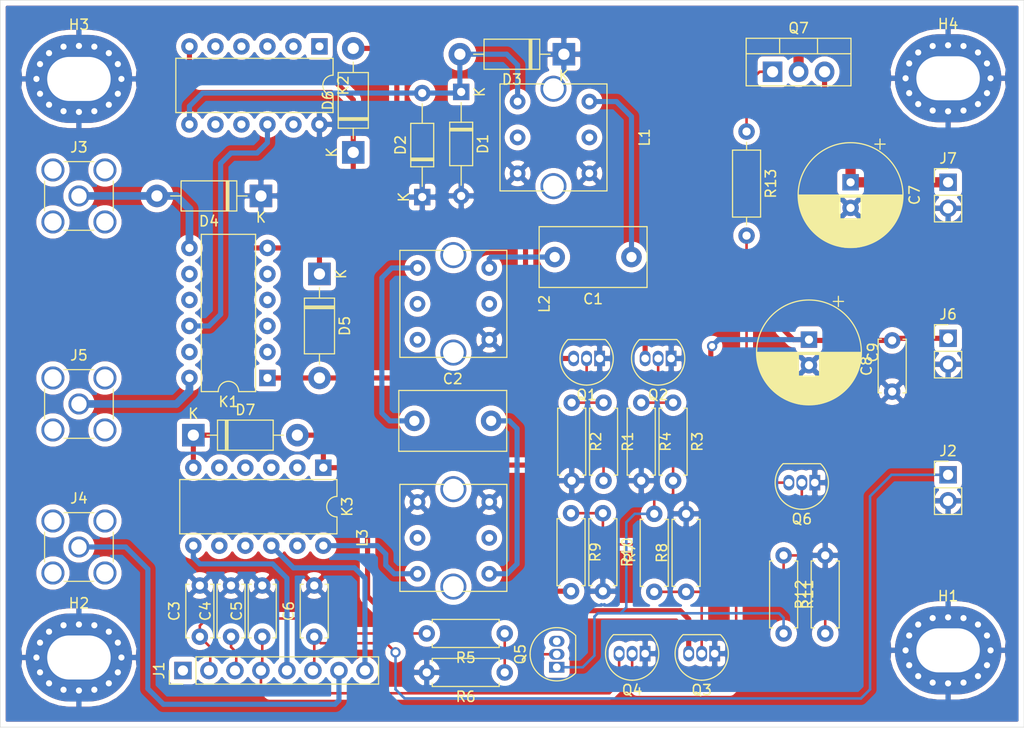
<source format=kicad_pcb>
(kicad_pcb (version 20171130) (host pcbnew 5.1.8)
  (layers (0 F.Cu signal) (31 B.Cu signal) (34 B.Paste user) (35 F.Paste user) (36 B.SilkS user) (37 F.SilkS user) (38 B.Mask user) (39 F.Mask user) (44 Edge.Cuts user))
  (net 0 "")
  (net 1 "Net-(C1-Pad2)")
  (net 2 "Net-(C1-Pad1)")
  (net 3 "Net-(C2-Pad1)")
  (net 4 "Net-(C2-Pad2)")
  (net 5 XVERTER_PTT)
  (net 6 GND)
  (net 7 XVERTER_EARTH)
  (net 8 XVERTER_TX_PA_DISABLE)
  (net 9 XVERTER_ALC_INPUT)
  (net 10 AMP_12V_RAIL)
  (net 11 PA_DISABLE)
  (net 12 RX_FILT_IN)
  (net 13 ANT)
  (net 14 "Net-(D5-Pad2)")
  (net 15 "Net-(D6-Pad2)")
  (net 16 "Net-(D7-Pad2)")
  (net 17 XVERTER_RX_INPUT)
  (net 18 XVERTER_RX_ANT_OUTPUT)
  (net 19 "Net-(J3-Pad2)")
  (net 20 "Net-(J4-Pad2)")
  (net 21 TX_TO_AMP)
  (net 22 TX_FROM_AMP)
  (net 23 "Net-(J5-Pad2)")
  (net 24 "Net-(L1-Pad2)")
  (net 25 "Net-(L1-Pad5)")
  (net 26 "Net-(L2-Pad5)")
  (net 27 "Net-(L2-Pad4)")
  (net 28 "Net-(L2-Pad2)")
  (net 29 RX_FILT_OUT)
  (net 30 "Net-(L3-Pad2)")
  (net 31 "Net-(L3-Pad5)")
  (net 32 "Net-(Q1-Pad2)")
  (net 33 "Net-(Q2-Pad2)")
  (net 34 "Net-(Q3-Pad2)")
  (net 35 "Net-(Q4-Pad2)")
  (net 36 TX_ENABLE)
  (net 37 "Net-(Q5-Pad2)")
  (net 38 "Net-(Q6-Pad2)")
  (net 39 "Net-(Q6-Pad3)")
  (net 40 "Net-(Q7-Pad1)")
  (net 41 "Net-(K1-Pad10)")
  (module Capacitor_THT:C_Rect_L10.3mm_W5.7mm_P7.50mm_MKS4 (layer F.Cu) (at 73.66 37.084 180)
    (fp_text reference C1 (at 3.75 -4.1) (layer F.SilkS))
    (fp_text value CTRIM)
    (pad 2 thru_hole circle (at 7.5 0 180) (size 2 2) (drill 1) (layers *.Cu *.Mask) (net 1 "Net-(C1-Pad2)"))
    (pad 1 thru_hole circle (at 0 0 180) (size 2 2) (drill 1) (layers *.Cu *.Mask) (net 2 "Net-(C1-Pad1)"))
  )
  (module Capacitor_THT:C_Rect_L10.3mm_W5.7mm_P7.50mm_MKS4 (layer F.Cu) (at 52.451 53.086)
    (fp_text reference C2 (at 3.75 -4.1) (layer F.SilkS))
    (fp_text value CTRIM)
    (pad 1 thru_hole circle (at 0 0) (size 2 2) (drill 1) (layers *.Cu *.Mask) (net 3 "Net-(C2-Pad1)"))
    (pad 2 thru_hole circle (at 7.5 0) (size 2 2) (drill 1) (layers *.Cu *.Mask) (net 4 "Net-(C2-Pad2)"))
  )
  (module Capacitor_THT:C_Disc_D5.0mm_W2.5mm_P5.00mm (layer F.Cu) (at 31.496 74.168 90)
    (fp_text reference C3 (at 2.5 -2.5 90) (layer F.SilkS))
    (fp_text value 0.1uF)
    (pad 1 thru_hole circle (at 0 0 90) (size 1.6 1.6) (drill 0.8) (layers *.Cu *.Mask) (net 5 XVERTER_PTT))
    (pad 2 thru_hole circle (at 5 0 90) (size 1.6 1.6) (drill 0.8) (layers *.Cu *.Mask) (net 6 GND))
  )
  (module Capacitor_THT:C_Disc_D5.0mm_W2.5mm_P5.00mm (layer F.Cu) (at 34.544 74.168 90)
    (fp_text reference C4 (at 2.5 -2.5 90) (layer F.SilkS))
    (fp_text value 0.1uF)
    (pad 2 thru_hole circle (at 5 0 90) (size 1.6 1.6) (drill 0.8) (layers *.Cu *.Mask) (net 6 GND))
    (pad 1 thru_hole circle (at 0 0 90) (size 1.6 1.6) (drill 0.8) (layers *.Cu *.Mask) (net 7 XVERTER_EARTH))
  )
  (module Capacitor_THT:C_Disc_D5.0mm_W2.5mm_P5.00mm (layer F.Cu) (at 37.592 74.168 90)
    (fp_text reference C5 (at 2.5 -2.5 90) (layer F.SilkS))
    (fp_text value 0.1uF)
    (pad 1 thru_hole circle (at 0 0 90) (size 1.6 1.6) (drill 0.8) (layers *.Cu *.Mask) (net 8 XVERTER_TX_PA_DISABLE))
    (pad 2 thru_hole circle (at 5 0 90) (size 1.6 1.6) (drill 0.8) (layers *.Cu *.Mask) (net 6 GND))
  )
  (module Capacitor_THT:C_Disc_D5.0mm_W2.5mm_P5.00mm (layer F.Cu) (at 42.672 74.168 90)
    (fp_text reference C6 (at 2.5 -2.5 90) (layer F.SilkS))
    (fp_text value 0.1uF)
    (pad 2 thru_hole circle (at 5 0 90) (size 1.6 1.6) (drill 0.8) (layers *.Cu *.Mask) (net 6 GND))
    (pad 1 thru_hole circle (at 0 0 90) (size 1.6 1.6) (drill 0.8) (layers *.Cu *.Mask) (net 9 XVERTER_ALC_INPUT))
  )
  (module Capacitor_THT:CP_Radial_D10.0mm_P2.50mm (layer F.Cu) (at 95.0595 29.7815 270)
    (fp_text reference C7 (at 1.25 -6.25 90) (layer F.SilkS))
    (fp_text value 1000uF)
    (pad 1 thru_hole rect (at 0 0 270) (size 1.6 1.6) (drill 0.8) (layers *.Cu *.Mask) (net 10 AMP_12V_RAIL))
    (pad 2 thru_hole circle (at 2.5 0 270) (size 1.6 1.6) (drill 0.8) (layers *.Cu *.Mask) (net 6 GND))
  )
  (module Capacitor_THT:C_Disc_D5.0mm_W2.5mm_P5.00mm (layer F.Cu) (at 99.1235 50.2285 90)
    (fp_text reference C8 (at 2.5 -2.5 90) (layer F.SilkS))
    (fp_text value 0.1uF)
    (pad 2 thru_hole circle (at 5 0 90) (size 1.6 1.6) (drill 0.8) (layers *.Cu *.Mask) (net 11 PA_DISABLE))
    (pad 1 thru_hole circle (at 0 0 90) (size 1.6 1.6) (drill 0.8) (layers *.Cu *.Mask) (net 6 GND))
  )
  (module Capacitor_THT:CP_Radial_D10.0mm_P2.50mm (layer F.Cu) (at 90.9955 45.1485 270)
    (fp_text reference C9 (at 1.25 -6.25 90) (layer F.SilkS))
    (fp_text value 100uF)
    (pad 2 thru_hole circle (at 2.5 0 270) (size 1.6 1.6) (drill 0.8) (layers *.Cu *.Mask) (net 6 GND))
    (pad 1 thru_hole rect (at 0 0 270) (size 1.6 1.6) (drill 0.8) (layers *.Cu *.Mask) (net 11 PA_DISABLE))
  )
  (module Diode_THT:D_DO-35_SOD27_P10.16mm_Horizontal (layer F.Cu) (at 57.023 20.955 270)
    (fp_text reference D1 (at 5.08 -2.12 90) (layer F.SilkS))
    (fp_text value 1N4148)
    (fp_text user K (at 0 -1.8 90) (layer F.SilkS))
    (pad 2 thru_hole oval (at 10.16 0 270) (size 1.6 1.6) (drill 0.8) (layers *.Cu *.Mask) (net 6 GND))
    (pad 1 thru_hole rect (at 0 0 270) (size 1.6 1.6) (drill 0.8) (layers *.Cu *.Mask) (net 12 RX_FILT_IN))
  )
  (module Diode_THT:D_DO-35_SOD27_P10.16mm_Horizontal (layer F.Cu) (at 53.218001 31.224999 90)
    (fp_text reference D2 (at 5.08 -2.12 90) (layer F.SilkS))
    (fp_text value 1N4148)
    (fp_text user K (at 0 -1.8 90) (layer F.SilkS))
    (pad 1 thru_hole rect (at 0 0 90) (size 1.6 1.6) (drill 0.8) (layers *.Cu *.Mask) (net 6 GND))
    (pad 2 thru_hole oval (at 10.16 0 90) (size 1.6 1.6) (drill 0.8) (layers *.Cu *.Mask) (net 12 RX_FILT_IN))
  )
  (module Diode_THT:D_DO-41_SOD81_P10.16mm_Horizontal (layer F.Cu) (at 67.056 17.272 180)
    (fp_text reference D3 (at 5.08 -2.47) (layer F.SilkS))
    (fp_text value SURGE)
    (fp_text user K (at 0 -2.1) (layer F.SilkS))
    (pad 1 thru_hole rect (at 0 0 180) (size 2.2 2.2) (drill 1.1) (layers *.Cu *.Mask) (net 6 GND))
    (pad 2 thru_hole oval (at 10.16 0 180) (size 2.2 2.2) (drill 1.1) (layers *.Cu *.Mask) (net 12 RX_FILT_IN))
  )
  (module Diode_THT:D_DO-41_SOD81_P10.16mm_Horizontal (layer F.Cu) (at 37.465 31.115 180)
    (fp_text reference D4 (at 5.08 -2.47) (layer F.SilkS))
    (fp_text value SURGE)
    (fp_text user K (at 0 -2.1) (layer F.SilkS))
    (pad 2 thru_hole oval (at 10.16 0 180) (size 2.2 2.2) (drill 1.1) (layers *.Cu *.Mask) (net 13 ANT))
    (pad 1 thru_hole rect (at 0 0 180) (size 2.2 2.2) (drill 1.1) (layers *.Cu *.Mask) (net 6 GND))
  )
  (module Diode_THT:D_DO-41_SOD81_P10.16mm_Horizontal (layer F.Cu) (at 43.18 38.735 270)
    (fp_text reference D5 (at 5.08 -2.47 90) (layer F.SilkS))
    (fp_text value 1N4001)
    (fp_text user K (at 0 -2.1 90) (layer F.SilkS))
    (pad 2 thru_hole oval (at 10.16 0 270) (size 2.2 2.2) (drill 1.1) (layers *.Cu *.Mask) (net 14 "Net-(D5-Pad2)"))
    (pad 1 thru_hole rect (at 0 0 270) (size 2.2 2.2) (drill 1.1) (layers *.Cu *.Mask) (net 11 PA_DISABLE))
  )
  (module Diode_THT:D_DO-41_SOD81_P10.16mm_Horizontal (layer F.Cu) (at 46.482 26.8605 90)
    (fp_text reference D6 (at 5.08 -2.47 90) (layer F.SilkS))
    (fp_text value 1N4001)
    (fp_text user K (at 0 -2.1 90) (layer F.SilkS))
    (pad 1 thru_hole rect (at 0 0 90) (size 2.2 2.2) (drill 1.1) (layers *.Cu *.Mask) (net 11 PA_DISABLE))
    (pad 2 thru_hole oval (at 10.16 0 90) (size 2.2 2.2) (drill 1.1) (layers *.Cu *.Mask) (net 15 "Net-(D6-Pad2)"))
  )
  (module Diode_THT:D_DO-41_SOD81_P10.16mm_Horizontal (layer F.Cu) (at 30.861 54.483)
    (fp_text reference D7 (at 5.08 -2.47) (layer F.SilkS))
    (fp_text value 1N4001)
    (fp_text user K (at 0 -2.1) (layer F.SilkS))
    (pad 1 thru_hole rect (at 0 0) (size 2.2 2.2) (drill 1.1) (layers *.Cu *.Mask) (net 11 PA_DISABLE))
    (pad 2 thru_hole oval (at 10.16 0) (size 2.2 2.2) (drill 1.1) (layers *.Cu *.Mask) (net 16 "Net-(D7-Pad2)"))
  )
  (module MountingHole:MountingHole_4.3x6.2mm_M4_Pad_Via (layer F.Cu) (at 104.5845 75.5015)
    (fp_text reference H1 (at 0 -5.3) (layer F.SilkS))
    (fp_text value GND)
    (pad 1 thru_hole oval (at 0 0) (size 10.4 8.6) (drill oval 6.2 4.3) (layers *.Cu *.Mask) (net 6 GND))
    (pad 1 thru_hole circle (at 1.505 3.151) (size 0.9 0.9) (drill 0.6) (layers *.Cu *.Mask) (net 6 GND))
    (pad 1 thru_hole circle (at -1.505 3.151) (size 0.9 0.9) (drill 0.6) (layers *.Cu *.Mask) (net 6 GND))
    (pad 1 thru_hole circle (at -1.505 -3.151) (size 0.9 0.9) (drill 0.6) (layers *.Cu *.Mask) (net 6 GND))
    (pad 1 thru_hole circle (at -2.92 -2.521) (size 0.9 0.9) (drill 0.6) (layers *.Cu *.Mask) (net 6 GND))
    (pad 1 thru_hole circle (at -2.92 2.521) (size 0.9 0.9) (drill 0.6) (layers *.Cu *.Mask) (net 6 GND))
    (pad 1 thru_hole circle (at 2.92 2.521) (size 0.9 0.9) (drill 0.6) (layers *.Cu *.Mask) (net 6 GND))
    (pad 1 thru_hole circle (at 2.92 -2.521) (size 0.9 0.9) (drill 0.6) (layers *.Cu *.Mask) (net 6 GND))
    (pad 1 thru_hole circle (at 1.505 -3.151) (size 0.9 0.9) (drill 0.6) (layers *.Cu *.Mask) (net 6 GND))
    (pad 1 thru_hole circle (at 4.15 0) (size 0.9 0.9) (drill 0.6) (layers *.Cu *.Mask) (net 6 GND))
    (pad 1 thru_hole circle (at 3.801 1.45) (size 0.9 0.9) (drill 0.6) (layers *.Cu *.Mask) (net 6 GND))
    (pad 1 thru_hole circle (at 0 3.225) (size 0.9 0.9) (drill 0.6) (layers *.Cu *.Mask) (net 6 GND))
    (pad 1 thru_hole circle (at -3.801 1.45) (size 0.9 0.9) (drill 0.6) (layers *.Cu *.Mask) (net 6 GND))
    (pad 1 thru_hole circle (at -4.15 0) (size 0.9 0.9) (drill 0.6) (layers *.Cu *.Mask) (net 6 GND))
    (pad 1 thru_hole circle (at -3.801 -1.45) (size 0.9 0.9) (drill 0.6) (layers *.Cu *.Mask) (net 6 GND))
    (pad 1 thru_hole circle (at 0 -3.225) (size 0.9 0.9) (drill 0.6) (layers *.Cu *.Mask) (net 6 GND))
    (pad 1 thru_hole circle (at 3.801 -1.45) (size 0.9 0.9) (drill 0.6) (layers *.Cu *.Mask) (net 6 GND))
  )
  (module MountingHole:MountingHole_4.3x6.2mm_M4_Pad_Via (layer F.Cu) (at 19.685 76.2)
    (fp_text reference H2 (at 0 -5.3) (layer F.SilkS))
    (fp_text value GND)
    (pad 1 thru_hole oval (at 0 0) (size 10.4 8.6) (drill oval 6.2 4.3) (layers *.Cu *.Mask) (net 6 GND))
    (pad 1 thru_hole circle (at 1.505 3.151) (size 0.9 0.9) (drill 0.6) (layers *.Cu *.Mask) (net 6 GND))
    (pad 1 thru_hole circle (at -1.505 3.151) (size 0.9 0.9) (drill 0.6) (layers *.Cu *.Mask) (net 6 GND))
    (pad 1 thru_hole circle (at -1.505 -3.151) (size 0.9 0.9) (drill 0.6) (layers *.Cu *.Mask) (net 6 GND))
    (pad 1 thru_hole circle (at -2.92 -2.521) (size 0.9 0.9) (drill 0.6) (layers *.Cu *.Mask) (net 6 GND))
    (pad 1 thru_hole circle (at -2.92 2.521) (size 0.9 0.9) (drill 0.6) (layers *.Cu *.Mask) (net 6 GND))
    (pad 1 thru_hole circle (at 2.92 2.521) (size 0.9 0.9) (drill 0.6) (layers *.Cu *.Mask) (net 6 GND))
    (pad 1 thru_hole circle (at 2.92 -2.521) (size 0.9 0.9) (drill 0.6) (layers *.Cu *.Mask) (net 6 GND))
    (pad 1 thru_hole circle (at 1.505 -3.151) (size 0.9 0.9) (drill 0.6) (layers *.Cu *.Mask) (net 6 GND))
    (pad 1 thru_hole circle (at 4.15 0) (size 0.9 0.9) (drill 0.6) (layers *.Cu *.Mask) (net 6 GND))
    (pad 1 thru_hole circle (at 3.801 1.45) (size 0.9 0.9) (drill 0.6) (layers *.Cu *.Mask) (net 6 GND))
    (pad 1 thru_hole circle (at 0 3.225) (size 0.9 0.9) (drill 0.6) (layers *.Cu *.Mask) (net 6 GND))
    (pad 1 thru_hole circle (at -3.801 1.45) (size 0.9 0.9) (drill 0.6) (layers *.Cu *.Mask) (net 6 GND))
    (pad 1 thru_hole circle (at -4.15 0) (size 0.9 0.9) (drill 0.6) (layers *.Cu *.Mask) (net 6 GND))
    (pad 1 thru_hole circle (at -3.801 -1.45) (size 0.9 0.9) (drill 0.6) (layers *.Cu *.Mask) (net 6 GND))
    (pad 1 thru_hole circle (at 0 -3.225) (size 0.9 0.9) (drill 0.6) (layers *.Cu *.Mask) (net 6 GND))
    (pad 1 thru_hole circle (at 3.801 -1.45) (size 0.9 0.9) (drill 0.6) (layers *.Cu *.Mask) (net 6 GND))
  )
  (module MountingHole:MountingHole_4.3x6.2mm_M4_Pad_Via (layer F.Cu) (at 19.685 19.685)
    (fp_text reference H3 (at 0 -5.3) (layer F.SilkS))
    (fp_text value GND)
    (pad 1 thru_hole circle (at 3.801 -1.45) (size 0.9 0.9) (drill 0.6) (layers *.Cu *.Mask) (net 6 GND))
    (pad 1 thru_hole circle (at 0 -3.225) (size 0.9 0.9) (drill 0.6) (layers *.Cu *.Mask) (net 6 GND))
    (pad 1 thru_hole circle (at -3.801 -1.45) (size 0.9 0.9) (drill 0.6) (layers *.Cu *.Mask) (net 6 GND))
    (pad 1 thru_hole circle (at -4.15 0) (size 0.9 0.9) (drill 0.6) (layers *.Cu *.Mask) (net 6 GND))
    (pad 1 thru_hole circle (at -3.801 1.45) (size 0.9 0.9) (drill 0.6) (layers *.Cu *.Mask) (net 6 GND))
    (pad 1 thru_hole circle (at 0 3.225) (size 0.9 0.9) (drill 0.6) (layers *.Cu *.Mask) (net 6 GND))
    (pad 1 thru_hole circle (at 3.801 1.45) (size 0.9 0.9) (drill 0.6) (layers *.Cu *.Mask) (net 6 GND))
    (pad 1 thru_hole circle (at 4.15 0) (size 0.9 0.9) (drill 0.6) (layers *.Cu *.Mask) (net 6 GND))
    (pad 1 thru_hole circle (at 1.505 -3.151) (size 0.9 0.9) (drill 0.6) (layers *.Cu *.Mask) (net 6 GND))
    (pad 1 thru_hole circle (at 2.92 -2.521) (size 0.9 0.9) (drill 0.6) (layers *.Cu *.Mask) (net 6 GND))
    (pad 1 thru_hole circle (at 2.92 2.521) (size 0.9 0.9) (drill 0.6) (layers *.Cu *.Mask) (net 6 GND))
    (pad 1 thru_hole circle (at -2.92 2.521) (size 0.9 0.9) (drill 0.6) (layers *.Cu *.Mask) (net 6 GND))
    (pad 1 thru_hole circle (at -2.92 -2.521) (size 0.9 0.9) (drill 0.6) (layers *.Cu *.Mask) (net 6 GND))
    (pad 1 thru_hole circle (at -1.505 -3.151) (size 0.9 0.9) (drill 0.6) (layers *.Cu *.Mask) (net 6 GND))
    (pad 1 thru_hole circle (at -1.505 3.151) (size 0.9 0.9) (drill 0.6) (layers *.Cu *.Mask) (net 6 GND))
    (pad 1 thru_hole circle (at 1.505 3.151) (size 0.9 0.9) (drill 0.6) (layers *.Cu *.Mask) (net 6 GND))
    (pad 1 thru_hole oval (at 0 0) (size 10.4 8.6) (drill oval 6.2 4.3) (layers *.Cu *.Mask) (net 6 GND))
  )
  (module MountingHole:MountingHole_4.3x6.2mm_M4_Pad_Via (layer F.Cu) (at 104.5845 19.6215)
    (fp_text reference H4 (at 0 -5.3) (layer F.SilkS))
    (fp_text value GND)
    (pad 1 thru_hole circle (at 3.801 -1.45) (size 0.9 0.9) (drill 0.6) (layers *.Cu *.Mask) (net 6 GND))
    (pad 1 thru_hole circle (at 0 -3.225) (size 0.9 0.9) (drill 0.6) (layers *.Cu *.Mask) (net 6 GND))
    (pad 1 thru_hole circle (at -3.801 -1.45) (size 0.9 0.9) (drill 0.6) (layers *.Cu *.Mask) (net 6 GND))
    (pad 1 thru_hole circle (at -4.15 0) (size 0.9 0.9) (drill 0.6) (layers *.Cu *.Mask) (net 6 GND))
    (pad 1 thru_hole circle (at -3.801 1.45) (size 0.9 0.9) (drill 0.6) (layers *.Cu *.Mask) (net 6 GND))
    (pad 1 thru_hole circle (at 0 3.225) (size 0.9 0.9) (drill 0.6) (layers *.Cu *.Mask) (net 6 GND))
    (pad 1 thru_hole circle (at 3.801 1.45) (size 0.9 0.9) (drill 0.6) (layers *.Cu *.Mask) (net 6 GND))
    (pad 1 thru_hole circle (at 4.15 0) (size 0.9 0.9) (drill 0.6) (layers *.Cu *.Mask) (net 6 GND))
    (pad 1 thru_hole circle (at 1.505 -3.151) (size 0.9 0.9) (drill 0.6) (layers *.Cu *.Mask) (net 6 GND))
    (pad 1 thru_hole circle (at 2.92 -2.521) (size 0.9 0.9) (drill 0.6) (layers *.Cu *.Mask) (net 6 GND))
    (pad 1 thru_hole circle (at 2.92 2.521) (size 0.9 0.9) (drill 0.6) (layers *.Cu *.Mask) (net 6 GND))
    (pad 1 thru_hole circle (at -2.92 2.521) (size 0.9 0.9) (drill 0.6) (layers *.Cu *.Mask) (net 6 GND))
    (pad 1 thru_hole circle (at -2.92 -2.521) (size 0.9 0.9) (drill 0.6) (layers *.Cu *.Mask) (net 6 GND))
    (pad 1 thru_hole circle (at -1.505 -3.151) (size 0.9 0.9) (drill 0.6) (layers *.Cu *.Mask) (net 6 GND))
    (pad 1 thru_hole circle (at -1.505 3.151) (size 0.9 0.9) (drill 0.6) (layers *.Cu *.Mask) (net 6 GND))
    (pad 1 thru_hole circle (at 1.505 3.151) (size 0.9 0.9) (drill 0.6) (layers *.Cu *.Mask) (net 6 GND))
    (pad 1 thru_hole oval (at 0 0) (size 10.4 8.6) (drill oval 6.2 4.3) (layers *.Cu *.Mask) (net 6 GND))
  )
  (module Connector_PinHeader_2.54mm:PinHeader_1x08_P2.54mm_Vertical (layer F.Cu) (at 29.845 77.47 90)
    (fp_text reference J1 (at 0 -2.33 90) (layer F.SilkS))
    (fp_text value "Rig Transverter")
    (pad 1 thru_hole rect (at 0 0 90) (size 1.7 1.7) (drill 1) (layers *.Cu *.Mask) (net 7 XVERTER_EARTH))
    (pad 2 thru_hole oval (at 0 2.54 90) (size 1.7 1.7) (drill 1) (layers *.Cu *.Mask) (net 5 XVERTER_PTT))
    (pad 3 thru_hole oval (at 0 5.08 90) (size 1.7 1.7) (drill 1) (layers *.Cu *.Mask) (net 7 XVERTER_EARTH))
    (pad 4 thru_hole oval (at 0 7.62 90) (size 1.7 1.7) (drill 1) (layers *.Cu *.Mask) (net 8 XVERTER_TX_PA_DISABLE))
    (pad 5 thru_hole oval (at 0 10.16 90) (size 1.7 1.7) (drill 1) (layers *.Cu *.Mask) (net 17 XVERTER_RX_INPUT))
    (pad 6 thru_hole oval (at 0 12.7 90) (size 1.7 1.7) (drill 1) (layers *.Cu *.Mask) (net 9 XVERTER_ALC_INPUT))
    (pad 7 thru_hole oval (at 0 15.24 90) (size 1.7 1.7) (drill 1) (layers *.Cu *.Mask) (net 21 TX_TO_AMP))
    (pad 8 thru_hole oval (at 0 17.78 90) (size 1.7 1.7) (drill 1) (layers *.Cu *.Mask) (net 18 XVERTER_RX_ANT_OUTPUT))
  )
  (module Connector_PinHeader_2.54mm:PinHeader_1x02_P2.54mm_Vertical (layer F.Cu) (at 104.5845 58.3565)
    (fp_text reference J2 (at 0 -2.33) (layer F.SilkS))
    (fp_text value ALC)
    (pad 1 thru_hole rect (at 0 0) (size 1.7 1.7) (drill 1) (layers *.Cu *.Mask) (net 9 XVERTER_ALC_INPUT))
    (pad 2 thru_hole oval (at 0 2.54) (size 1.7 1.7) (drill 1) (layers *.Cu *.Mask) (net 6 GND))
  )
  (module Connector_Coaxial:SMA_Amphenol_132134-11_Vertical (layer F.Cu) (at 19.685 31.115)
    (fp_text reference J3 (at 0 -4.75) (layer F.SilkS))
    (fp_text value ANT)
    (pad 1 thru_hole circle (at 0 0) (size 2.05 2.05) (drill 1.5) (layers *.Cu *.Mask) (net 13 ANT))
    (pad 2 thru_hole circle (at 2.54 2.54) (size 2.25 2.25) (drill 1.7) (layers *.Cu *.Mask) (net 19 "Net-(J3-Pad2)"))
    (pad 2 thru_hole circle (at 2.54 -2.54) (size 2.25 2.25) (drill 1.7) (layers *.Cu *.Mask) (net 19 "Net-(J3-Pad2)"))
    (pad 2 thru_hole circle (at -2.54 -2.54) (size 2.25 2.25) (drill 1.7) (layers *.Cu *.Mask) (net 19 "Net-(J3-Pad2)"))
    (pad 2 thru_hole circle (at -2.54 2.54) (size 2.25 2.25) (drill 1.7) (layers *.Cu *.Mask) (net 19 "Net-(J3-Pad2)"))
  )
  (module Connector_Coaxial:SMA_Amphenol_132134-11_Vertical (layer F.Cu) (at 19.685 65.405)
    (fp_text reference J4 (at 0 -4.75) (layer F.SilkS))
    (fp_text value TX_TO_AMP)
    (pad 2 thru_hole circle (at -2.54 2.54) (size 2.25 2.25) (drill 1.7) (layers *.Cu *.Mask) (net 20 "Net-(J4-Pad2)"))
    (pad 2 thru_hole circle (at -2.54 -2.54) (size 2.25 2.25) (drill 1.7) (layers *.Cu *.Mask) (net 20 "Net-(J4-Pad2)"))
    (pad 2 thru_hole circle (at 2.54 -2.54) (size 2.25 2.25) (drill 1.7) (layers *.Cu *.Mask) (net 20 "Net-(J4-Pad2)"))
    (pad 2 thru_hole circle (at 2.54 2.54) (size 2.25 2.25) (drill 1.7) (layers *.Cu *.Mask) (net 20 "Net-(J4-Pad2)"))
    (pad 1 thru_hole circle (at 0 0) (size 2.05 2.05) (drill 1.5) (layers *.Cu *.Mask) (net 21 TX_TO_AMP))
  )
  (module Connector_Coaxial:SMA_Amphenol_132134-11_Vertical (layer F.Cu) (at 19.685 51.435)
    (fp_text reference J5 (at 0 -4.75) (layer F.SilkS))
    (fp_text value TX_FROM_AMP)
    (pad 1 thru_hole circle (at 0 0) (size 2.05 2.05) (drill 1.5) (layers *.Cu *.Mask) (net 22 TX_FROM_AMP))
    (pad 2 thru_hole circle (at 2.54 2.54) (size 2.25 2.25) (drill 1.7) (layers *.Cu *.Mask) (net 23 "Net-(J5-Pad2)"))
    (pad 2 thru_hole circle (at 2.54 -2.54) (size 2.25 2.25) (drill 1.7) (layers *.Cu *.Mask) (net 23 "Net-(J5-Pad2)"))
    (pad 2 thru_hole circle (at -2.54 -2.54) (size 2.25 2.25) (drill 1.7) (layers *.Cu *.Mask) (net 23 "Net-(J5-Pad2)"))
    (pad 2 thru_hole circle (at -2.54 2.54) (size 2.25 2.25) (drill 1.7) (layers *.Cu *.Mask) (net 23 "Net-(J5-Pad2)"))
  )
  (module Connector_PinHeader_2.54mm:PinHeader_1x02_P2.54mm_Vertical (layer F.Cu) (at 104.5845 45.0215)
    (fp_text reference J6 (at 0 -2.33) (layer F.SilkS))
    (fp_text value Power)
    (pad 2 thru_hole oval (at 0 2.54) (size 1.7 1.7) (drill 1) (layers *.Cu *.Mask) (net 6 GND))
    (pad 1 thru_hole rect (at 0 0) (size 1.7 1.7) (drill 1) (layers *.Cu *.Mask) (net 11 PA_DISABLE))
  )
  (module Connector_PinHeader_2.54mm:PinHeader_1x02_P2.54mm_Vertical (layer F.Cu) (at 104.5845 29.7815)
    (fp_text reference J7 (at 0 -2.33) (layer F.SilkS))
    (fp_text value "TX AMP POWER")
    (pad 2 thru_hole oval (at 0 2.54) (size 1.7 1.7) (drill 1) (layers *.Cu *.Mask) (net 6 GND))
    (pad 1 thru_hole rect (at 0 0) (size 1.7 1.7) (drill 1) (layers *.Cu *.Mask) (net 10 AMP_12V_RAIL))
  )
  (module coilcraft:coilcraft_slot10 (layer F.Cu) (at 66.04 25.4 270)
    (fp_text reference L1 (at 0 -8.89 90) (layer F.SilkS))
    (fp_text value coilcraft_slot10)
    (pad 1 thru_hole circle (at -3.505 -3.505 270) (size 1.524 1.524) (drill 0.762) (layers *.Cu *.Mask) (net 2 "Net-(C1-Pad1)"))
    (pad 2 thru_hole circle (at 0 -3.505 270) (size 1.524 1.524) (drill 0.762) (layers *.Cu *.Mask) (net 24 "Net-(L1-Pad2)"))
    (pad 3 thru_hole circle (at 3.505 -3.505 270) (size 1.524 1.524) (drill 0.762) (layers *.Cu *.Mask) (net 6 GND))
    (pad 4 thru_hole circle (at 3.505 3.505 270) (size 1.524 1.524) (drill 0.762) (layers *.Cu *.Mask) (net 6 GND))
    (pad 5 thru_hole circle (at 0 3.505 270) (size 1.524 1.524) (drill 0.762) (layers *.Cu *.Mask) (net 25 "Net-(L1-Pad5)"))
    (pad 6 thru_hole circle (at -3.505 3.505 270) (size 1.524 1.524) (drill 0.762) (layers *.Cu *.Mask) (net 12 RX_FILT_IN))
    (pad 7 thru_hole circle (at 4.76 0 270) (size 2.54 2.54) (drill 2.03) (layers *.Cu *.Mask))
    (pad 8 thru_hole circle (at -4.76 0 270) (size 2.54 2.54) (drill 2.03) (layers *.Cu *.Mask))
  )
  (module coilcraft:coilcraft_slot10 (layer F.Cu) (at 56.261 41.656 270)
    (fp_text reference L2 (at 0 -8.89 90) (layer F.SilkS))
    (fp_text value coilcraft_slot10)
    (pad 8 thru_hole circle (at -4.76 0 270) (size 2.54 2.54) (drill 2.03) (layers *.Cu *.Mask))
    (pad 7 thru_hole circle (at 4.76 0 270) (size 2.54 2.54) (drill 2.03) (layers *.Cu *.Mask))
    (pad 6 thru_hole circle (at -3.505 3.505 270) (size 1.524 1.524) (drill 0.762) (layers *.Cu *.Mask) (net 3 "Net-(C2-Pad1)"))
    (pad 5 thru_hole circle (at 0 3.505 270) (size 1.524 1.524) (drill 0.762) (layers *.Cu *.Mask) (net 26 "Net-(L2-Pad5)"))
    (pad 4 thru_hole circle (at 3.505 3.505 270) (size 1.524 1.524) (drill 0.762) (layers *.Cu *.Mask) (net 27 "Net-(L2-Pad4)"))
    (pad 3 thru_hole circle (at 3.505 -3.505 270) (size 1.524 1.524) (drill 0.762) (layers *.Cu *.Mask) (net 6 GND))
    (pad 2 thru_hole circle (at 0 -3.505 270) (size 1.524 1.524) (drill 0.762) (layers *.Cu *.Mask) (net 28 "Net-(L2-Pad2)"))
    (pad 1 thru_hole circle (at -3.505 -3.505 270) (size 1.524 1.524) (drill 0.762) (layers *.Cu *.Mask) (net 1 "Net-(C1-Pad2)"))
  )
  (module coilcraft:coilcraft_slot10 (layer F.Cu) (at 56.261 64.516 90)
    (fp_text reference L3 (at 0 -8.89 90) (layer F.SilkS))
    (fp_text value coilcraft_slot10)
    (pad 1 thru_hole circle (at -3.505 -3.505 90) (size 1.524 1.524) (drill 0.762) (layers *.Cu *.Mask) (net 29 RX_FILT_OUT))
    (pad 2 thru_hole circle (at 0 -3.505 90) (size 1.524 1.524) (drill 0.762) (layers *.Cu *.Mask) (net 30 "Net-(L3-Pad2)"))
    (pad 3 thru_hole circle (at 3.505 -3.505 90) (size 1.524 1.524) (drill 0.762) (layers *.Cu *.Mask) (net 6 GND))
    (pad 4 thru_hole circle (at 3.505 3.505 90) (size 1.524 1.524) (drill 0.762) (layers *.Cu *.Mask) (net 6 GND))
    (pad 5 thru_hole circle (at 0 3.505 90) (size 1.524 1.524) (drill 0.762) (layers *.Cu *.Mask) (net 31 "Net-(L3-Pad5)"))
    (pad 6 thru_hole circle (at -3.505 3.505 90) (size 1.524 1.524) (drill 0.762) (layers *.Cu *.Mask) (net 4 "Net-(C2-Pad2)"))
    (pad 7 thru_hole circle (at 4.76 0 90) (size 2.54 2.54) (drill 2.03) (layers *.Cu *.Mask))
    (pad 8 thru_hole circle (at -4.76 0 90) (size 2.54 2.54) (drill 2.03) (layers *.Cu *.Mask))
  )
  (module Package_TO_SOT_THT:TO-92_Inline (layer F.Cu) (at 70.5485 46.99 180)
    (fp_text reference Q1 (at 1.27 -3.56) (layer F.SilkS))
    (fp_text value 2N3904)
    (pad 2 thru_hole oval (at 1.27 0 180) (size 1.05 1.5) (drill 0.75) (layers *.Cu *.Mask) (net 32 "Net-(Q1-Pad2)"))
    (pad 3 thru_hole oval (at 2.54 0 180) (size 1.05 1.5) (drill 0.75) (layers *.Cu *.Mask) (net 14 "Net-(D5-Pad2)"))
    (pad 1 thru_hole rect (at 0 0 180) (size 1.05 1.5) (drill 0.75) (layers *.Cu *.Mask) (net 6 GND))
  )
  (module Package_TO_SOT_THT:TO-92_Inline (layer F.Cu) (at 77.5335 46.99 180)
    (fp_text reference Q2 (at 1.27 -3.56) (layer F.SilkS))
    (fp_text value 2N3904)
    (pad 2 thru_hole oval (at 1.27 0 180) (size 1.05 1.5) (drill 0.75) (layers *.Cu *.Mask) (net 33 "Net-(Q2-Pad2)"))
    (pad 3 thru_hole oval (at 2.54 0 180) (size 1.05 1.5) (drill 0.75) (layers *.Cu *.Mask) (net 15 "Net-(D6-Pad2)"))
    (pad 1 thru_hole rect (at 0 0 180) (size 1.05 1.5) (drill 0.75) (layers *.Cu *.Mask) (net 6 GND))
  )
  (module Package_TO_SOT_THT:TO-92_Inline (layer F.Cu) (at 81.788 75.819 180)
    (fp_text reference Q3 (at 1.27 -3.56) (layer F.SilkS))
    (fp_text value 2N3904)
    (pad 1 thru_hole rect (at 0 0 180) (size 1.05 1.5) (drill 0.75) (layers *.Cu *.Mask) (net 6 GND))
    (pad 3 thru_hole oval (at 2.54 0 180) (size 1.05 1.5) (drill 0.75) (layers *.Cu *.Mask) (net 16 "Net-(D7-Pad2)"))
    (pad 2 thru_hole oval (at 1.27 0 180) (size 1.05 1.5) (drill 0.75) (layers *.Cu *.Mask) (net 34 "Net-(Q3-Pad2)"))
  )
  (module Package_TO_SOT_THT:TO-92_Inline (layer F.Cu) (at 74.9935 75.819 180)
    (fp_text reference Q4 (at 1.27 -3.56) (layer F.SilkS))
    (fp_text value 2N3904)
    (pad 1 thru_hole rect (at 0 0 180) (size 1.05 1.5) (drill 0.75) (layers *.Cu *.Mask) (net 6 GND))
    (pad 3 thru_hole oval (at 2.54 0 180) (size 1.05 1.5) (drill 0.75) (layers *.Cu *.Mask) (net 8 XVERTER_TX_PA_DISABLE))
    (pad 2 thru_hole oval (at 1.27 0 180) (size 1.05 1.5) (drill 0.75) (layers *.Cu *.Mask) (net 35 "Net-(Q4-Pad2)"))
  )
  (module Package_TO_SOT_THT:TO-92_Inline (layer F.Cu) (at 66.3575 77.1525 90)
    (fp_text reference Q5 (at 1.27 -3.56 90) (layer F.SilkS))
    (fp_text value 2N3904)
    (pad 1 thru_hole rect (at 0 0 90) (size 1.05 1.5) (drill 0.75) (layers *.Cu *.Mask) (net 36 TX_ENABLE))
    (pad 3 thru_hole oval (at 2.54 0 90) (size 1.05 1.5) (drill 0.75) (layers *.Cu *.Mask) (net 11 PA_DISABLE))
    (pad 2 thru_hole oval (at 1.27 0 90) (size 1.05 1.5) (drill 0.75) (layers *.Cu *.Mask) (net 37 "Net-(Q5-Pad2)"))
  )
  (module Package_TO_SOT_THT:TO-92_Inline (layer F.Cu) (at 91.567 59.1185 180)
    (fp_text reference Q6 (at 1.27 -3.56) (layer F.SilkS))
    (fp_text value 2N3904)
    (pad 1 thru_hole rect (at 0 0 180) (size 1.05 1.5) (drill 0.75) (layers *.Cu *.Mask) (net 6 GND))
    (pad 3 thru_hole oval (at 2.54 0 180) (size 1.05 1.5) (drill 0.75) (layers *.Cu *.Mask) (net 39 "Net-(Q6-Pad3)"))
    (pad 2 thru_hole oval (at 1.27 0 180) (size 1.05 1.5) (drill 0.75) (layers *.Cu *.Mask) (net 38 "Net-(Q6-Pad2)"))
  )
  (module Package_TO_SOT_THT:TO-220-3_Vertical (layer F.Cu) (at 87.4395 18.9865)
    (fp_text reference Q7 (at 2.54 -4.27) (layer F.SilkS))
    (fp_text value TIP125)
    (pad 3 thru_hole oval (at 5.08 0) (size 1.905 2) (drill 1.1) (layers *.Cu *.Mask) (net 11 PA_DISABLE))
    (pad 2 thru_hole oval (at 2.54 0) (size 1.905 2) (drill 1.1) (layers *.Cu *.Mask) (net 10 AMP_12V_RAIL))
    (pad 1 thru_hole rect (at 0 0) (size 1.905 2) (drill 1.1) (layers *.Cu *.Mask) (net 40 "Net-(Q7-Pad1)"))
  )
  (module Resistor_THT:R_Axial_DIN0207_L6.3mm_D2.5mm_P7.62mm_Horizontal (layer F.Cu) (at 70.9295 51.308 270)
    (fp_text reference R1 (at 3.81 -2.37 90) (layer F.SilkS))
    (fp_text value R)
    (pad 2 thru_hole oval (at 7.62 0 270) (size 1.6 1.6) (drill 0.8) (layers *.Cu *.Mask) (net 36 TX_ENABLE))
    (pad 1 thru_hole circle (at 0 0 270) (size 1.6 1.6) (drill 0.8) (layers *.Cu *.Mask) (net 32 "Net-(Q1-Pad2)"))
  )
  (module Resistor_THT:R_Axial_DIN0207_L6.3mm_D2.5mm_P7.62mm_Horizontal (layer F.Cu) (at 67.818 51.308 270)
    (fp_text reference R2 (at 3.81 -2.37 90) (layer F.SilkS))
    (fp_text value R)
    (pad 1 thru_hole circle (at 0 0 270) (size 1.6 1.6) (drill 0.8) (layers *.Cu *.Mask) (net 32 "Net-(Q1-Pad2)"))
    (pad 2 thru_hole oval (at 7.62 0 270) (size 1.6 1.6) (drill 0.8) (layers *.Cu *.Mask) (net 6 GND))
  )
  (module Resistor_THT:R_Axial_DIN0207_L6.3mm_D2.5mm_P7.62mm_Horizontal (layer F.Cu) (at 77.724 51.308 270)
    (fp_text reference R3 (at 3.81 -2.37 90) (layer F.SilkS))
    (fp_text value R)
    (pad 2 thru_hole oval (at 7.62 0 270) (size 1.6 1.6) (drill 0.8) (layers *.Cu *.Mask) (net 36 TX_ENABLE))
    (pad 1 thru_hole circle (at 0 0 270) (size 1.6 1.6) (drill 0.8) (layers *.Cu *.Mask) (net 33 "Net-(Q2-Pad2)"))
  )
  (module Resistor_THT:R_Axial_DIN0207_L6.3mm_D2.5mm_P7.62mm_Horizontal (layer F.Cu) (at 74.6125 51.308 270)
    (fp_text reference R4 (at 3.81 -2.37 90) (layer F.SilkS))
    (fp_text value R)
    (pad 1 thru_hole circle (at 0 0 270) (size 1.6 1.6) (drill 0.8) (layers *.Cu *.Mask) (net 33 "Net-(Q2-Pad2)"))
    (pad 2 thru_hole oval (at 7.62 0 270) (size 1.6 1.6) (drill 0.8) (layers *.Cu *.Mask) (net 6 GND))
  )
  (module Resistor_THT:R_Axial_DIN0207_L6.3mm_D2.5mm_P7.62mm_Horizontal (layer F.Cu) (at 61.2775 73.8505 180)
    (fp_text reference R5 (at 3.81 -2.37) (layer F.SilkS))
    (fp_text value R)
    (pad 1 thru_hole circle (at 0 0 180) (size 1.6 1.6) (drill 0.8) (layers *.Cu *.Mask) (net 37 "Net-(Q5-Pad2)"))
    (pad 2 thru_hole oval (at 7.62 0 180) (size 1.6 1.6) (drill 0.8) (layers *.Cu *.Mask) (net 5 XVERTER_PTT))
  )
  (module Resistor_THT:R_Axial_DIN0207_L6.3mm_D2.5mm_P7.62mm_Horizontal (layer F.Cu) (at 61.2775 77.6605 180)
    (fp_text reference R6 (at 3.81 -2.37) (layer F.SilkS))
    (fp_text value R)
    (pad 2 thru_hole oval (at 7.62 0 180) (size 1.6 1.6) (drill 0.8) (layers *.Cu *.Mask) (net 6 GND))
    (pad 1 thru_hole circle (at 0 0 180) (size 1.6 1.6) (drill 0.8) (layers *.Cu *.Mask) (net 37 "Net-(Q5-Pad2)"))
  )
  (module Resistor_THT:R_Axial_DIN0207_L6.3mm_D2.5mm_P7.62mm_Horizontal (layer F.Cu) (at 75.8825 69.7865 90)
    (fp_text reference R7 (at 3.81 -2.37 90) (layer F.SilkS))
    (fp_text value R)
    (pad 2 thru_hole oval (at 7.62 0 90) (size 1.6 1.6) (drill 0.8) (layers *.Cu *.Mask) (net 36 TX_ENABLE))
    (pad 1 thru_hole circle (at 0 0 90) (size 1.6 1.6) (drill 0.8) (layers *.Cu *.Mask) (net 34 "Net-(Q3-Pad2)"))
  )
  (module Resistor_THT:R_Axial_DIN0207_L6.3mm_D2.5mm_P7.62mm_Horizontal (layer F.Cu) (at 78.994 69.7865 90)
    (fp_text reference R8 (at 3.81 -2.37 90) (layer F.SilkS))
    (fp_text value R)
    (pad 1 thru_hole circle (at 0 0 90) (size 1.6 1.6) (drill 0.8) (layers *.Cu *.Mask) (net 34 "Net-(Q3-Pad2)"))
    (pad 2 thru_hole oval (at 7.62 0 90) (size 1.6 1.6) (drill 0.8) (layers *.Cu *.Mask) (net 6 GND))
  )
  (module Resistor_THT:R_Axial_DIN0207_L6.3mm_D2.5mm_P7.62mm_Horizontal (layer F.Cu) (at 67.7545 62.103 270)
    (fp_text reference R9 (at 3.81 -2.37 90) (layer F.SilkS))
    (fp_text value R)
    (pad 2 thru_hole oval (at 7.62 0 270) (size 1.6 1.6) (drill 0.8) (layers *.Cu *.Mask) (net 11 PA_DISABLE))
    (pad 1 thru_hole circle (at 0 0 270) (size 1.6 1.6) (drill 0.8) (layers *.Cu *.Mask) (net 35 "Net-(Q4-Pad2)"))
  )
  (module Resistor_THT:R_Axial_DIN0207_L6.3mm_D2.5mm_P7.62mm_Horizontal (layer F.Cu) (at 70.866 62.103 270)
    (fp_text reference R10 (at 3.81 -2.37 90) (layer F.SilkS))
    (fp_text value R)
    (pad 1 thru_hole circle (at 0 0 270) (size 1.6 1.6) (drill 0.8) (layers *.Cu *.Mask) (net 35 "Net-(Q4-Pad2)"))
    (pad 2 thru_hole oval (at 7.62 0 270) (size 1.6 1.6) (drill 0.8) (layers *.Cu *.Mask) (net 6 GND))
  )
  (module Resistor_THT:R_Axial_DIN0207_L6.3mm_D2.5mm_P7.62mm_Horizontal (layer F.Cu) (at 88.519 66.2305 270)
    (fp_text reference R11 (at 3.81 -2.37 90) (layer F.SilkS))
    (fp_text value R)
    (pad 1 thru_hole circle (at 0 0 270) (size 1.6 1.6) (drill 0.8) (layers *.Cu *.Mask) (net 38 "Net-(Q6-Pad2)"))
    (pad 2 thru_hole oval (at 7.62 0 270) (size 1.6 1.6) (drill 0.8) (layers *.Cu *.Mask) (net 36 TX_ENABLE))
  )
  (module Resistor_THT:R_Axial_DIN0207_L6.3mm_D2.5mm_P7.62mm_Horizontal (layer F.Cu) (at 92.583 73.8505 90)
    (fp_text reference R12 (at 3.81 -2.37 90) (layer F.SilkS))
    (fp_text value R)
    (pad 2 thru_hole oval (at 7.62 0 90) (size 1.6 1.6) (drill 0.8) (layers *.Cu *.Mask) (net 6 GND))
    (pad 1 thru_hole circle (at 0 0 90) (size 1.6 1.6) (drill 0.8) (layers *.Cu *.Mask) (net 38 "Net-(Q6-Pad2)"))
  )
  (module Resistor_THT:R_Axial_DIN0207_L6.3mm_D2.5mm_P10.16mm_Horizontal (layer F.Cu) (at 84.8995 24.8285 270)
    (fp_text reference R13 (at 5.08 -2.37 90) (layer F.SilkS))
    (fp_text value 2.2K)
    (pad 2 thru_hole oval (at 10.16 0 270) (size 1.6 1.6) (drill 0.8) (layers *.Cu *.Mask) (net 39 "Net-(Q6-Pad3)"))
    (pad 1 thru_hole circle (at 0 0 270) (size 1.6 1.6) (drill 0.8) (layers *.Cu *.Mask) (net 40 "Net-(Q7-Pad1)"))
  )
  (module Package_DIP:DIP-12_W7.62mm (layer F.Cu) (at 38.1 48.895 180)
    (fp_text reference K1 (at 3.81 -2.33) (layer F.SilkS))
    (fp_text value DS1E-M-DC12V)
    (pad 1 thru_hole rect (at 0 0 180) (size 1.6 1.6) (drill 0.8) (layers *.Cu *.Mask) (net 14 "Net-(D5-Pad2)"))
    (pad 7 thru_hole oval (at 7.62 12.7 180) (size 1.6 1.6) (drill 0.8) (layers *.Cu *.Mask) (net 13 ANT))
    (pad 2 thru_hole oval (at 0 2.54 180) (size 1.6 1.6) (drill 0.8) (layers *.Cu *.Mask))
    (pad 8 thru_hole oval (at 7.62 10.16 180) (size 1.6 1.6) (drill 0.8) (layers *.Cu *.Mask))
    (pad 3 thru_hole oval (at 0 5.08 180) (size 1.6 1.6) (drill 0.8) (layers *.Cu *.Mask))
    (pad 9 thru_hole oval (at 7.62 7.62 180) (size 1.6 1.6) (drill 0.8) (layers *.Cu *.Mask))
    (pad 4 thru_hole oval (at 0 7.62 180) (size 1.6 1.6) (drill 0.8) (layers *.Cu *.Mask))
    (pad 10 thru_hole oval (at 7.62 5.08 180) (size 1.6 1.6) (drill 0.8) (layers *.Cu *.Mask) (net 41 "Net-(K1-Pad10)"))
    (pad 5 thru_hole oval (at 0 10.16 180) (size 1.6 1.6) (drill 0.8) (layers *.Cu *.Mask))
    (pad 11 thru_hole oval (at 7.62 2.54 180) (size 1.6 1.6) (drill 0.8) (layers *.Cu *.Mask))
    (pad 6 thru_hole oval (at 0 12.7 180) (size 1.6 1.6) (drill 0.8) (layers *.Cu *.Mask) (net 11 PA_DISABLE))
    (pad 12 thru_hole oval (at 7.62 0 180) (size 1.6 1.6) (drill 0.8) (layers *.Cu *.Mask) (net 22 TX_FROM_AMP))
  )
  (module Package_DIP:DIP-12_W7.62mm (layer F.Cu) (at 43.18 16.51 270)
    (fp_text reference K2 (at 3.81 -2.33 90) (layer F.SilkS))
    (fp_text value DS1E-M-DC12V)
    (pad 1 thru_hole rect (at 0 0 270) (size 1.6 1.6) (drill 0.8) (layers *.Cu *.Mask) (net 15 "Net-(D6-Pad2)"))
    (pad 7 thru_hole oval (at 7.62 12.7 270) (size 1.6 1.6) (drill 0.8) (layers *.Cu *.Mask) (net 12 RX_FILT_IN))
    (pad 2 thru_hole oval (at 0 2.54 270) (size 1.6 1.6) (drill 0.8) (layers *.Cu *.Mask))
    (pad 8 thru_hole oval (at 7.62 10.16 270) (size 1.6 1.6) (drill 0.8) (layers *.Cu *.Mask))
    (pad 3 thru_hole oval (at 0 5.08 270) (size 1.6 1.6) (drill 0.8) (layers *.Cu *.Mask))
    (pad 9 thru_hole oval (at 7.62 7.62 270) (size 1.6 1.6) (drill 0.8) (layers *.Cu *.Mask))
    (pad 4 thru_hole oval (at 0 7.62 270) (size 1.6 1.6) (drill 0.8) (layers *.Cu *.Mask))
    (pad 10 thru_hole oval (at 7.62 5.08 270) (size 1.6 1.6) (drill 0.8) (layers *.Cu *.Mask) (net 41 "Net-(K1-Pad10)"))
    (pad 5 thru_hole oval (at 0 10.16 270) (size 1.6 1.6) (drill 0.8) (layers *.Cu *.Mask))
    (pad 11 thru_hole oval (at 7.62 2.54 270) (size 1.6 1.6) (drill 0.8) (layers *.Cu *.Mask))
    (pad 6 thru_hole oval (at 0 12.7 270) (size 1.6 1.6) (drill 0.8) (layers *.Cu *.Mask) (net 11 PA_DISABLE))
    (pad 12 thru_hole oval (at 7.62 0 270) (size 1.6 1.6) (drill 0.8) (layers *.Cu *.Mask) (net 6 GND))
  )
  (module Package_DIP:DIP-12_W7.62mm (layer F.Cu) (at 43.561 57.658 270)
    (fp_text reference K3 (at 3.81 -2.33 90) (layer F.SilkS))
    (fp_text value DS1E-M-DC12V)
    (pad 12 thru_hole oval (at 7.62 0 270) (size 1.6 1.6) (drill 0.8) (layers *.Cu *.Mask) (net 29 RX_FILT_OUT))
    (pad 6 thru_hole oval (at 0 12.7 270) (size 1.6 1.6) (drill 0.8) (layers *.Cu *.Mask) (net 11 PA_DISABLE))
    (pad 11 thru_hole oval (at 7.62 2.54 270) (size 1.6 1.6) (drill 0.8) (layers *.Cu *.Mask))
    (pad 5 thru_hole oval (at 0 10.16 270) (size 1.6 1.6) (drill 0.8) (layers *.Cu *.Mask))
    (pad 10 thru_hole oval (at 7.62 5.08 270) (size 1.6 1.6) (drill 0.8) (layers *.Cu *.Mask) (net 18 XVERTER_RX_ANT_OUTPUT))
    (pad 4 thru_hole oval (at 0 7.62 270) (size 1.6 1.6) (drill 0.8) (layers *.Cu *.Mask))
    (pad 9 thru_hole oval (at 7.62 7.62 270) (size 1.6 1.6) (drill 0.8) (layers *.Cu *.Mask))
    (pad 3 thru_hole oval (at 0 5.08 270) (size 1.6 1.6) (drill 0.8) (layers *.Cu *.Mask))
    (pad 8 thru_hole oval (at 7.62 10.16 270) (size 1.6 1.6) (drill 0.8) (layers *.Cu *.Mask))
    (pad 2 thru_hole oval (at 0 2.54 270) (size 1.6 1.6) (drill 0.8) (layers *.Cu *.Mask))
    (pad 7 thru_hole oval (at 7.62 12.7 270) (size 1.6 1.6) (drill 0.8) (layers *.Cu *.Mask) (net 17 XVERTER_RX_INPUT))
    (pad 1 thru_hole rect (at 0 0 270) (size 1.6 1.6) (drill 0.8) (layers *.Cu *.Mask) (net 16 "Net-(D7-Pad2)"))
  )
  (gr_line (start 112 12) (end 12 12) (layer Edge.Cuts) (width 0.05))
  (gr_line (start 112 83) (end 112 12) (layer Edge.Cuts) (width 0.05))
  (gr_line (start 12 83) (end 112 83) (layer Edge.Cuts) (width 0.05))
  (gr_line (start 12 12) (end 12 83) (layer Edge.Cuts) (width 0.05))
  (segment (start 59.951 37.966) (end 59.766 38.151) (width 0.5) (layer B.Cu) (net 1))
  (segment (start 59.766 38.151) (end 59.766 37.262) (width 0.5) (layer B.Cu) (net 1))
  (segment (start 59.944 37.084) (end 66.16 37.084) (width 0.5) (layer B.Cu) (net 1))
  (segment (start 59.766 37.262) (end 59.944 37.084) (width 0.5) (layer B.Cu) (net 1))
  (segment (start 69.545 21.895) (end 72.187 21.895) (width 0.5) (layer B.Cu) (net 2))
  (segment (start 73.66 23.368) (end 73.66 37.084) (width 0.5) (layer B.Cu) (net 2))
  (segment (start 72.187 21.895) (end 73.66 23.368) (width 0.5) (layer B.Cu) (net 2))
  (segment (start 52.756 38.151) (end 50.241 38.151) (width 0.5) (layer B.Cu) (net 3))
  (segment (start 50.241 38.151) (end 49.276 39.116) (width 0.5) (layer B.Cu) (net 3))
  (segment (start 49.276 39.116) (end 49.276 52.324) (width 0.5) (layer B.Cu) (net 3))
  (segment (start 50.038 53.086) (end 52.451 53.086) (width 0.5) (layer B.Cu) (net 3))
  (segment (start 49.276 52.324) (end 50.038 53.086) (width 0.5) (layer B.Cu) (net 3))
  (segment (start 59.951 53.086) (end 61.722 53.086) (width 0.5) (layer B.Cu) (net 4))
  (segment (start 61.722 53.086) (end 62.484 53.848) (width 0.5) (layer B.Cu) (net 4))
  (segment (start 62.484 53.848) (end 62.484 67.056) (width 0.5) (layer B.Cu) (net 4))
  (segment (start 61.519 68.021) (end 59.766 68.021) (width 0.5) (layer B.Cu) (net 4))
  (segment (start 62.484 67.056) (end 61.519 68.021) (width 0.5) (layer B.Cu) (net 4))
  (segment (start 32.512 77.343) (end 32.385 77.47) (width 0.25) (layer F.Cu) (net 5))
  (segment (start 32.512 75.184) (end 32.512 77.343) (width 0.25) (layer F.Cu) (net 5))
  (segment (start 31.496 74.168) (end 32.512 75.184) (width 0.25) (layer F.Cu) (net 5))
  (segment (start 53.6575 73.8505) (end 45.6565 73.8505) (width 0.25) (layer F.Cu) (net 5))
  (segment (start 45.6565 73.8505) (end 44.196 72.39) (width 0.25) (layer F.Cu) (net 5))
  (segment (start 44.196 72.39) (end 32.1945 72.39) (width 0.25) (layer F.Cu) (net 5))
  (segment (start 31.496 73.0885) (end 31.496 74.168) (width 0.25) (layer F.Cu) (net 5))
  (segment (start 32.1945 72.39) (end 31.496 73.0885) (width 0.25) (layer F.Cu) (net 5))
  (segment (start 34.544 77.089) (end 34.925 77.47) (width 0.25) (layer F.Cu) (net 7))
  (segment (start 35.052 75.692) (end 35.052 77.343) (width 0.25) (layer F.Cu) (net 7))
  (segment (start 35.052 77.343) (end 34.925 77.47) (width 0.25) (layer F.Cu) (net 7))
  (segment (start 34.544 75.184) (end 35.052 75.692) (width 0.25) (layer F.Cu) (net 7))
  (segment (start 34.544 74.168) (end 34.544 75.184) (width 0.25) (layer F.Cu) (net 7))
  (segment (start 37.592 77.343) (end 37.465 77.47) (width 0.25) (layer F.Cu) (net 8))
  (segment (start 37.592 74.168) (end 37.592 77.343) (width 0.25) (layer F.Cu) (net 8))
  (segment (start 72.4535 75.819) (end 72.4535 78.74) (width 0.25) (layer F.Cu) (net 8))
  (segment (start 72.4535 78.74) (end 71.501 79.6925) (width 0.25) (layer F.Cu) (net 8))
  (segment (start 71.501 79.6925) (end 38.354 79.6925) (width 0.25) (layer F.Cu) (net 8))
  (segment (start 37.465 78.8035) (end 37.465 77.47) (width 0.25) (layer F.Cu) (net 8))
  (segment (start 38.354 79.6925) (end 37.465 78.8035) (width 0.25) (layer F.Cu) (net 8))
  (segment (start 42.672 77.343) (end 42.545 77.47) (width 0.25) (layer F.Cu) (net 9))
  (segment (start 42.672 74.168) (end 42.672 77.343) (width 0.25) (layer F.Cu) (net 9))
  (segment (start 42.672 74.168) (end 43.307 74.803) (width 0.25) (layer F.Cu) (net 9))
  (segment (start 43.307 74.803) (end 49.7205 74.803) (width 0.25) (layer F.Cu) (net 9))
  (segment (start 49.7205 74.803) (end 49.8475 74.803) (width 0.25) (layer F.Cu) (net 9))
  (segment (start 49.7205 74.803) (end 50.6095 75.692) (width 0.25) (layer F.Cu) (net 9))
  (segment (start 50.6095 75.692) (end 50.6095 75.692) (width 0.25) (layer F.Cu) (net 9))
  (via (at 50.6095 75.692) (size 1) (drill 0.6) (layers F.Cu B.Cu) (net 9))
  (segment (start 99.06 58.3565) (end 104.5845 58.3565) (width 0.25) (layer B.Cu) (net 9))
  (segment (start 96.9645 79.3115) (end 96.9645 60.452) (width 0.25) (layer B.Cu) (net 9))
  (segment (start 96.9645 60.452) (end 99.06 58.3565) (width 0.25) (layer B.Cu) (net 9))
  (segment (start 96.0755 80.2005) (end 96.9645 79.3115) (width 0.25) (layer B.Cu) (net 9))
  (segment (start 51.4985 80.2005) (end 96.0755 80.2005) (width 0.25) (layer B.Cu) (net 9))
  (segment (start 50.6095 79.3115) (end 51.4985 80.2005) (width 0.25) (layer B.Cu) (net 9))
  (segment (start 50.6095 75.692) (end 50.6095 79.3115) (width 0.25) (layer B.Cu) (net 9))
  (segment (start 104.5845 29.7815) (end 95.0595 29.7815) (width 1) (layer F.Cu) (net 10))
  (segment (start 89.9795 18.9865) (end 89.9795 16.7005) (width 1) (layer F.Cu) (net 10))
  (segment (start 89.9795 16.7005) (end 90.9955 15.6845) (width 1) (layer F.Cu) (net 10))
  (segment (start 90.9955 15.6845) (end 94.5515 15.6845) (width 1) (layer F.Cu) (net 10))
  (segment (start 94.5515 15.6845) (end 96.5835 17.7165) (width 1) (layer F.Cu) (net 10))
  (segment (start 96.5835 17.7165) (end 96.5835 20.7645) (width 1) (layer F.Cu) (net 10))
  (segment (start 95.0595 22.2885) (end 95.0595 29.7815) (width 1) (layer F.Cu) (net 10))
  (segment (start 96.5835 20.7645) (end 95.0595 22.2885) (width 1) (layer F.Cu) (net 10))
  (segment (start 30.861 54.483) (end 30.861 57.658) (width 0.5) (layer F.Cu) (net 11))
  (segment (start 38.1 36.195) (end 42.799 36.195) (width 0.5) (layer F.Cu) (net 11))
  (segment (start 43.18 36.576) (end 43.18 38.735) (width 0.5) (layer F.Cu) (net 11))
  (segment (start 42.799 36.195) (end 43.18 36.576) (width 0.5) (layer F.Cu) (net 11))
  (segment (start 92.5195 22.2885) (end 92.5195 18.9865) (width 0.5) (layer F.Cu) (net 11))
  (segment (start 88.4555 26.3525) (end 92.5195 22.2885) (width 0.5) (layer F.Cu) (net 11))
  (segment (start 99.3305 45.0215) (end 99.1235 45.2285) (width 0.5) (layer F.Cu) (net 11))
  (segment (start 104.5845 45.0215) (end 99.3305 45.0215) (width 0.5) (layer F.Cu) (net 11))
  (segment (start 91.0755 45.2285) (end 90.9955 45.1485) (width 0.5) (layer F.Cu) (net 11))
  (segment (start 99.1235 45.2285) (end 91.0755 45.2285) (width 0.5) (layer F.Cu) (net 11))
  (segment (start 89.4715 45.1485) (end 90.9955 45.1485) (width 0.5) (layer F.Cu) (net 11))
  (segment (start 88.4555 44.1325) (end 89.4715 45.1485) (width 0.5) (layer F.Cu) (net 11))
  (segment (start 88.4555 26.3525) (end 88.4555 44.1325) (width 0.5) (layer F.Cu) (net 11))
  (segment (start 38.1 36.195) (end 36.6395 36.195) (width 0.5) (layer F.Cu) (net 11))
  (segment (start 36.6395 36.195) (end 35.433 37.4015) (width 0.5) (layer F.Cu) (net 11))
  (segment (start 34.8615 54.483) (end 30.861 54.483) (width 0.5) (layer F.Cu) (net 11))
  (segment (start 35.433 53.9115) (end 34.8615 54.483) (width 0.5) (layer F.Cu) (net 11))
  (segment (start 67.7545 69.723) (end 65.8495 69.723) (width 0.5) (layer F.Cu) (net 11))
  (segment (start 65.8495 69.723) (end 65.278 69.1515) (width 0.5) (layer F.Cu) (net 11))
  (segment (start 65.278 55.0545) (end 65.913 54.4195) (width 0.5) (layer F.Cu) (net 11))
  (segment (start 65.913 54.4195) (end 79.9465 54.4195) (width 0.5) (layer F.Cu) (net 11))
  (segment (start 79.9465 54.4195) (end 81.407 52.959) (width 0.5) (layer F.Cu) (net 11))
  (segment (start 90.9955 45.1485) (end 82.169 45.1485) (width 0.5) (layer B.Cu) (net 11))
  (segment (start 82.169 45.1485) (end 81.534 45.7835) (width 0.5) (layer B.Cu) (net 11))
  (segment (start 81.407 52.959) (end 81.407 45.974) (width 0.5) (layer F.Cu) (net 11))
  (segment (start 81.534 45.7835) (end 81.534 45.7835) (width 0.5) (layer B.Cu) (net 11))
  (via (at 81.534 45.7835) (size 1) (drill 0.6) (layers F.Cu B.Cu) (net 11))
  (segment (start 35.433 51.7525) (end 45.72 51.7525) (width 0.5) (layer F.Cu) (net 11))
  (segment (start 35.433 37.4015) (end 35.433 51.7525) (width 0.5) (layer F.Cu) (net 11))
  (segment (start 35.433 51.7525) (end 35.433 53.9115) (width 0.5) (layer F.Cu) (net 11))
  (segment (start 45.72 51.7525) (end 47.1805 53.213) (width 0.5) (layer F.Cu) (net 11))
  (segment (start 47.1805 53.213) (end 47.1805 56.007) (width 0.5) (layer F.Cu) (net 11))
  (segment (start 48.5775 57.404) (end 65.278 57.404) (width 0.5) (layer F.Cu) (net 11))
  (segment (start 47.1805 56.007) (end 48.5775 57.404) (width 0.5) (layer F.Cu) (net 11))
  (segment (start 65.278 57.404) (end 65.278 55.0545) (width 0.5) (layer F.Cu) (net 11))
  (segment (start 65.278 69.1515) (end 65.278 57.404) (width 0.5) (layer F.Cu) (net 11))
  (segment (start 46.482 26.8605) (end 46.482 35.306) (width 0.5) (layer F.Cu) (net 11))
  (segment (start 45.593 36.195) (end 42.799 36.195) (width 0.5) (layer F.Cu) (net 11))
  (segment (start 46.482 35.306) (end 45.593 36.195) (width 0.5) (layer F.Cu) (net 11))
  (segment (start 46.482 26.8605) (end 46.482 21.717) (width 0.5) (layer F.Cu) (net 11))
  (segment (start 46.482 21.717) (end 44.7675 20.0025) (width 0.5) (layer F.Cu) (net 11))
  (segment (start 44.7675 20.0025) (end 31.496 20.0025) (width 0.5) (layer F.Cu) (net 11))
  (segment (start 30.48 18.9865) (end 30.48 16.51) (width 0.5) (layer F.Cu) (net 11))
  (segment (start 31.496 20.0025) (end 30.48 18.9865) (width 0.5) (layer F.Cu) (net 11))
  (segment (start 56.913001 21.064999) (end 57.023 20.955) (width 0.5) (layer B.Cu) (net 12))
  (segment (start 53.218001 21.064999) (end 56.913001 21.064999) (width 0.5) (layer B.Cu) (net 12))
  (segment (start 56.896 20.828) (end 57.023 20.955) (width 0.5) (layer B.Cu) (net 12))
  (segment (start 56.896 17.272) (end 56.896 20.828) (width 0.5) (layer B.Cu) (net 12))
  (segment (start 56.896 17.272) (end 61.468 17.272) (width 0.5) (layer B.Cu) (net 12))
  (segment (start 62.535 18.339) (end 62.535 21.895) (width 0.5) (layer B.Cu) (net 12))
  (segment (start 61.468 17.272) (end 62.535 18.339) (width 0.5) (layer B.Cu) (net 12))
  (segment (start 31.767001 21.064999) (end 53.218001 21.064999) (width 0.5) (layer B.Cu) (net 12))
  (segment (start 30.48 22.352) (end 31.767001 21.064999) (width 0.5) (layer B.Cu) (net 12))
  (segment (start 30.48 24.13) (end 30.48 22.352) (width 0.5) (layer B.Cu) (net 12))
  (segment (start 19.685 31.115) (end 27.305 31.115) (width 0.75) (layer B.Cu) (net 13))
  (segment (start 27.305 31.115) (end 29.21 31.115) (width 0.75) (layer B.Cu) (net 13))
  (segment (start 30.48 32.385) (end 30.48 36.195) (width 0.75) (layer B.Cu) (net 13))
  (segment (start 29.21 31.115) (end 30.48 32.385) (width 0.75) (layer B.Cu) (net 13))
  (segment (start 38.1 48.895) (end 43.18 48.895) (width 0.5) (layer F.Cu) (net 14))
  (segment (start 43.18 48.895) (end 64.1985 48.895) (width 0.5) (layer F.Cu) (net 14))
  (segment (start 66.1035 46.99) (end 68.0085 46.99) (width 0.5) (layer F.Cu) (net 14))
  (segment (start 64.1985 48.895) (end 66.1035 46.99) (width 0.5) (layer F.Cu) (net 14))
  (segment (start 74.9935 42.926) (end 74.9935 46.99) (width 0.5) (layer F.Cu) (net 15))
  (segment (start 50.7365 32.258) (end 52.2605 33.782) (width 0.5) (layer F.Cu) (net 15))
  (segment (start 52.2605 33.782) (end 62.0395 33.782) (width 0.5) (layer F.Cu) (net 15))
  (segment (start 62.0395 33.782) (end 63.3095 35.052) (width 0.5) (layer F.Cu) (net 15))
  (segment (start 63.3095 35.052) (end 63.3095 41.4655) (width 0.5) (layer F.Cu) (net 15))
  (segment (start 63.3095 41.4655) (end 64.389 42.545) (width 0.5) (layer F.Cu) (net 15))
  (segment (start 74.6125 42.545) (end 74.9935 42.926) (width 0.5) (layer F.Cu) (net 15))
  (segment (start 64.389 42.545) (end 74.6125 42.545) (width 0.5) (layer F.Cu) (net 15))
  (segment (start 50.7365 32.258) (end 50.7365 17.2085) (width 0.5) (layer F.Cu) (net 15))
  (segment (start 50.2285 16.7005) (end 46.482 16.7005) (width 0.5) (layer F.Cu) (net 15))
  (segment (start 50.7365 17.2085) (end 50.2285 16.7005) (width 0.5) (layer F.Cu) (net 15))
  (segment (start 41.021 54.483) (end 42.799 54.483) (width 0.5) (layer F.Cu) (net 16))
  (segment (start 43.561 55.245) (end 43.561 57.658) (width 0.5) (layer F.Cu) (net 16))
  (segment (start 42.799 54.483) (end 43.561 55.245) (width 0.5) (layer F.Cu) (net 16))
  (segment (start 79.248 72.4535) (end 79.248 75.819) (width 0.5) (layer F.Cu) (net 16))
  (segment (start 78.4225 71.628) (end 79.248 72.4535) (width 0.5) (layer F.Cu) (net 16))
  (segment (start 45.593 57.658) (end 47.879 59.944) (width 0.5) (layer F.Cu) (net 16))
  (segment (start 49.276 71.628) (end 78.4225 71.628) (width 0.5) (layer F.Cu) (net 16))
  (segment (start 47.879 59.944) (end 47.879 70.231) (width 0.5) (layer F.Cu) (net 16))
  (segment (start 47.879 70.231) (end 49.276 71.628) (width 0.5) (layer F.Cu) (net 16))
  (segment (start 43.561 57.658) (end 45.593 57.658) (width 0.5) (layer F.Cu) (net 16))
  (segment (start 30.861 65.278) (end 30.861 66.421) (width 0.5) (layer B.Cu) (net 17))
  (segment (start 30.861 66.421) (end 31.496 67.056) (width 0.5) (layer B.Cu) (net 17))
  (segment (start 40.005 77.47) (end 40.005 68.453) (width 0.5) (layer B.Cu) (net 17))
  (segment (start 38.608 67.056) (end 31.496 67.056) (width 0.5) (layer B.Cu) (net 17))
  (segment (start 40.005 68.453) (end 38.608 67.056) (width 0.5) (layer B.Cu) (net 17))
  (segment (start 38.481 65.278) (end 40.64 67.437) (width 0.5) (layer B.Cu) (net 18))
  (segment (start 40.64 67.437) (end 46.609 67.437) (width 0.5) (layer B.Cu) (net 18))
  (segment (start 47.625 68.453) (end 47.625 77.47) (width 0.5) (layer B.Cu) (net 18))
  (segment (start 46.609 67.437) (end 47.625 68.453) (width 0.5) (layer B.Cu) (net 18))
  (segment (start 24.257 65.405) (end 19.685 65.405) (width 0.5) (layer B.Cu) (net 21))
  (segment (start 26.416 67.564) (end 24.257 65.405) (width 0.5) (layer B.Cu) (net 21))
  (segment (start 26.416 79.248) (end 26.416 67.564) (width 0.5) (layer B.Cu) (net 21))
  (segment (start 27.94 80.772) (end 26.416 79.248) (width 0.5) (layer B.Cu) (net 21))
  (segment (start 45.085 80.391) (end 44.704 80.772) (width 0.5) (layer B.Cu) (net 21))
  (segment (start 44.704 80.772) (end 27.94 80.772) (width 0.5) (layer B.Cu) (net 21))
  (segment (start 45.085 77.47) (end 45.085 80.391) (width 0.5) (layer B.Cu) (net 21))
  (segment (start 30.48 48.895) (end 30.48 50.165) (width 0.75) (layer B.Cu) (net 22))
  (segment (start 29.21 51.435) (end 19.685 51.435) (width 0.75) (layer B.Cu) (net 22))
  (segment (start 30.48 50.165) (end 29.21 51.435) (width 0.75) (layer B.Cu) (net 22))
  (segment (start 50.495 68.021) (end 52.756 68.021) (width 0.5) (layer B.Cu) (net 29))
  (segment (start 49.657 67.183) (end 50.495 68.021) (width 0.5) (layer B.Cu) (net 29))
  (segment (start 49.657 66.1035) (end 49.657 67.183) (width 0.5) (layer B.Cu) (net 29))
  (segment (start 48.8315 65.278) (end 49.657 66.1035) (width 0.5) (layer B.Cu) (net 29))
  (segment (start 43.561 65.278) (end 48.8315 65.278) (width 0.5) (layer B.Cu) (net 29))
  (segment (start 69.2785 46.99) (end 69.2785 51.308) (width 0.25) (layer F.Cu) (net 32))
  (segment (start 69.2785 51.308) (end 70.9295 51.308) (width 0.25) (layer F.Cu) (net 32))
  (segment (start 67.818 51.308) (end 69.2785 51.308) (width 0.25) (layer F.Cu) (net 32))
  (segment (start 76.2635 51.181) (end 76.1365 51.308) (width 0.25) (layer F.Cu) (net 33))
  (segment (start 76.2635 46.99) (end 76.2635 51.181) (width 0.25) (layer F.Cu) (net 33))
  (segment (start 76.1365 51.308) (end 77.724 51.308) (width 0.25) (layer F.Cu) (net 33))
  (segment (start 74.6125 51.308) (end 76.1365 51.308) (width 0.25) (layer F.Cu) (net 33))
  (segment (start 75.8825 69.7865) (end 78.994 69.7865) (width 0.25) (layer F.Cu) (net 34))
  (segment (start 78.994 69.7865) (end 80.3275 69.7865) (width 0.25) (layer F.Cu) (net 34))
  (segment (start 80.518 69.977) (end 80.3275 69.7865) (width 0.25) (layer F.Cu) (net 34))
  (segment (start 80.518 75.819) (end 80.518 69.977) (width 0.25) (layer F.Cu) (net 34))
  (segment (start 67.7545 62.103) (end 70.866 62.103) (width 0.25) (layer F.Cu) (net 35))
  (segment (start 70.866 62.103) (end 70.866 64.008) (width 0.25) (layer F.Cu) (net 35))
  (segment (start 70.866 64.008) (end 72.009 65.151) (width 0.25) (layer F.Cu) (net 35))
  (segment (start 72.009 65.151) (end 83.312 65.151) (width 0.25) (layer F.Cu) (net 35))
  (segment (start 83.312 65.151) (end 83.8835 65.7225) (width 0.25) (layer F.Cu) (net 35))
  (segment (start 83.8835 65.7225) (end 83.8835 78.6765) (width 0.25) (layer F.Cu) (net 35))
  (segment (start 83.8835 78.6765) (end 83.2485 79.3115) (width 0.25) (layer F.Cu) (net 35))
  (segment (start 83.2485 79.3115) (end 74.2315 79.3115) (width 0.25) (layer F.Cu) (net 35))
  (segment (start 73.7235 78.8035) (end 73.7235 75.819) (width 0.25) (layer F.Cu) (net 35))
  (segment (start 74.2315 79.3115) (end 73.7235 78.8035) (width 0.25) (layer F.Cu) (net 35))
  (segment (start 70.9295 57.5945) (end 70.9295 58.928) (width 0.25) (layer F.Cu) (net 36))
  (segment (start 71.374 57.15) (end 70.9295 57.5945) (width 0.25) (layer F.Cu) (net 36))
  (segment (start 77.2795 57.15) (end 71.374 57.15) (width 0.25) (layer F.Cu) (net 36))
  (segment (start 77.724 57.5945) (end 77.2795 57.15) (width 0.25) (layer F.Cu) (net 36))
  (segment (start 77.724 58.928) (end 77.724 57.5945) (width 0.25) (layer F.Cu) (net 36))
  (segment (start 75.8825 62.1665) (end 75.8825 60.833) (width 0.25) (layer F.Cu) (net 36))
  (segment (start 75.8825 60.833) (end 76.2 60.5155) (width 0.25) (layer F.Cu) (net 36))
  (segment (start 76.2 60.5155) (end 77.4065 60.5155) (width 0.25) (layer F.Cu) (net 36))
  (segment (start 77.724 60.198) (end 77.724 58.928) (width 0.25) (layer F.Cu) (net 36))
  (segment (start 77.4065 60.5155) (end 77.724 60.198) (width 0.25) (layer F.Cu) (net 36))
  (segment (start 66.3575 77.1525) (end 68.8975 77.1525) (width 0.25) (layer B.Cu) (net 36))
  (segment (start 68.8975 77.1525) (end 70.0405 76.0095) (width 0.25) (layer B.Cu) (net 36))
  (segment (start 70.0405 76.0095) (end 70.0405 72.1995) (width 0.25) (layer B.Cu) (net 36))
  (segment (start 70.0405 72.1995) (end 70.358 71.882) (width 0.25) (layer B.Cu) (net 36))
  (segment (start 70.358 71.882) (end 72.5805 71.882) (width 0.25) (layer B.Cu) (net 36))
  (segment (start 72.5805 71.882) (end 73.152 71.3105) (width 0.25) (layer B.Cu) (net 36))
  (segment (start 73.152 71.3105) (end 73.152 62.992) (width 0.25) (layer B.Cu) (net 36))
  (segment (start 73.9775 62.1665) (end 75.8825 62.1665) (width 0.25) (layer B.Cu) (net 36))
  (segment (start 73.152 62.992) (end 73.9775 62.1665) (width 0.25) (layer B.Cu) (net 36))
  (segment (start 72.5805 71.882) (end 88.0745 71.882) (width 0.25) (layer B.Cu) (net 36))
  (segment (start 88.519 72.3265) (end 88.519 73.8505) (width 0.25) (layer B.Cu) (net 36))
  (segment (start 88.0745 71.882) (end 88.519 72.3265) (width 0.25) (layer B.Cu) (net 36))
  (segment (start 61.341 75.8825) (end 61.2775 75.819) (width 0.25) (layer F.Cu) (net 37))
  (segment (start 66.3575 75.8825) (end 61.341 75.8825) (width 0.25) (layer F.Cu) (net 37))
  (segment (start 61.2775 75.819) (end 61.2775 77.6605) (width 0.25) (layer F.Cu) (net 37))
  (segment (start 61.2775 73.8505) (end 61.2775 75.819) (width 0.25) (layer F.Cu) (net 37))
  (segment (start 88.519 66.2305) (end 88.519 68.0085) (width 0.25) (layer F.Cu) (net 38))
  (segment (start 88.519 68.0085) (end 90.17 69.6595) (width 0.25) (layer F.Cu) (net 38))
  (segment (start 90.17 69.6595) (end 91.567 69.6595) (width 0.25) (layer F.Cu) (net 38))
  (segment (start 92.583 70.6755) (end 92.583 73.8505) (width 0.25) (layer F.Cu) (net 38))
  (segment (start 91.567 69.6595) (end 92.583 70.6755) (width 0.25) (layer F.Cu) (net 38))
  (segment (start 90.297 59.1185) (end 90.297 65.8495) (width 0.25) (layer F.Cu) (net 38))
  (segment (start 89.916 66.2305) (end 88.519 66.2305) (width 0.25) (layer F.Cu) (net 38))
  (segment (start 90.297 65.8495) (end 89.916 66.2305) (width 0.25) (layer F.Cu) (net 38))
  (segment (start 84.8995 34.9885) (end 84.8995 57.785) (width 0.25) (layer F.Cu) (net 39))
  (segment (start 86.233 59.1185) (end 89.027 59.1185) (width 0.25) (layer F.Cu) (net 39))
  (segment (start 84.8995 57.785) (end 86.233 59.1185) (width 0.25) (layer F.Cu) (net 39))
  (segment (start 87.4395 18.9865) (end 86.1695 18.9865) (width 0.25) (layer F.Cu) (net 40))
  (segment (start 84.8995 20.2565) (end 84.8995 24.8285) (width 0.25) (layer F.Cu) (net 40))
  (segment (start 86.1695 18.9865) (end 84.8995 20.2565) (width 0.25) (layer F.Cu) (net 40))
  (segment (start 38.1 24.13) (end 38.1 25.908) (width 0.5) (layer B.Cu) (net 41))
  (segment (start 38.1 25.908) (end 37.084 26.924) (width 0.5) (layer B.Cu) (net 41))
  (segment (start 37.084 26.924) (end 34.544 26.924) (width 0.5) (layer B.Cu) (net 41))
  (segment (start 34.544 26.924) (end 33.528 27.94) (width 0.5) (layer B.Cu) (net 41))
  (segment (start 33.528 27.94) (end 33.528 42.672) (width 0.5) (layer B.Cu) (net 41))
  (segment (start 32.385 43.815) (end 30.48 43.815) (width 0.5) (layer B.Cu) (net 41))
  (segment (start 33.528 42.672) (end 32.385 43.815) (width 0.5) (layer B.Cu) (net 41))
  (zone (net 6) (net_name GND) (layer B.Cu) (connect_pads (clearance 0.508)) (min_thickness 0.254) (fill yes (arc_segments 32) (thermal_gap 0.508) (thermal_bridge_width 0.508))
    (polygon (pts (xy 111.9505 82.9945) (xy 12.0015 82.9945) (xy 12.0015 12.0015) (xy 111.9505 12.0015)))
  )
  (zone (net 6) (net_name GND) (layer F.Cu) (connect_pads (clearance 0.508)) (min_thickness 0.254) (fill yes (arc_segments 32) (thermal_gap 0.508) (thermal_bridge_width 0.508))
    (polygon (pts (xy 112.014 82.9945) (xy 12.0015 82.9945) (xy 12.0015 12.0015) (xy 112.014 12.0015)))
  )
)
</source>
